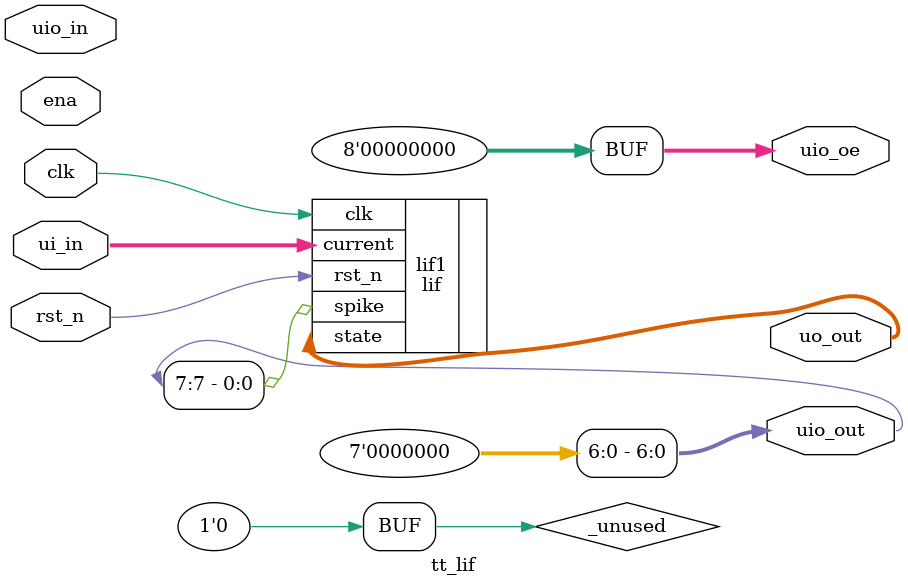
<source format=v>
/*
 * Copyright (c) 2024 Your Name
 * SPDX-License-Identifier: Apache-2.0
 */

`default_nettype none

module tt_lif (
    input  wire [7:0] ui_in,    // Dedicated inputs
    output wire [7:0] uo_out,   // Dedicated outputs
    input  wire [7:0] uio_in,   // IOs: Input path
    output wire [7:0] uio_out,  // IOs: Output path
    output wire [7:0] uio_oe,   // IOs: Enable path (active high: 0=input, 1=output)
    input  wire       ena,      // always 1 when the design is powered, so you can ignore it
    input  wire       clk,      // clock
    input  wire       rst_n     // reset_n - low to reset
);

  // All output pins must be assigned. If not used, assign to 0.

  assign uio_out[6:0] = 0;
  assign uio_oe  = 0;

  // List all unused inputs to prevent warnings
  wire _unused = &{ena, uio_in, 1'b0};
  lif lif1 (.current(ui_in), .clk(clk), .rst_n(rst_n), .state(uo_out), .spike(uio_out[7]));

endmodule

</source>
